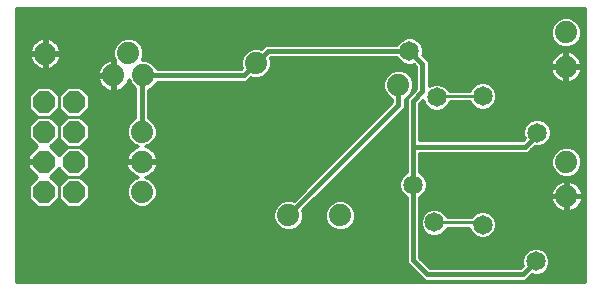
<source format=gbl>
G75*
%MOIN*%
%OFA0B0*%
%FSLAX25Y25*%
%IPPOS*%
%LPD*%
%AMOC8*
5,1,8,0,0,1.08239X$1,22.5*
%
%ADD10C,0.07400*%
%ADD11OC8,0.07400*%
%ADD12C,0.01600*%
%ADD13C,0.06496*%
%ADD14C,0.01000*%
D10*
X0057939Y0047212D03*
X0057939Y0057212D03*
X0057939Y0067212D03*
X0058501Y0085928D03*
X0053501Y0093428D03*
X0048501Y0085928D03*
X0025706Y0093194D03*
X0095925Y0089980D03*
X0143513Y0082724D03*
X0199335Y0088831D03*
X0199335Y0100231D03*
X0199531Y0057121D03*
X0199531Y0045721D03*
X0124046Y0039254D03*
X0106833Y0039361D03*
D11*
X0035234Y0047187D03*
X0025234Y0047187D03*
X0025234Y0057187D03*
X0035234Y0057187D03*
X0035234Y0067187D03*
X0025234Y0067187D03*
X0025234Y0077187D03*
X0035234Y0077187D03*
D12*
X0057939Y0085366D02*
X0057939Y0067212D01*
X0057939Y0085366D02*
X0058501Y0085928D01*
X0091873Y0085928D01*
X0095925Y0089980D01*
X0099965Y0094020D01*
X0147169Y0094020D01*
X0151500Y0089689D01*
X0151500Y0080634D01*
X0148350Y0077484D01*
X0148350Y0062524D01*
X0148744Y0062130D01*
X0185752Y0062130D01*
X0189689Y0066067D01*
X0189689Y0066854D01*
X0148350Y0062524D02*
X0148350Y0049531D01*
X0148350Y0024335D01*
X0153075Y0019610D01*
X0184965Y0019610D01*
X0189295Y0023941D01*
X0143513Y0076040D02*
X0106833Y0039361D01*
X0143513Y0076040D02*
X0143513Y0082724D01*
D13*
X0156224Y0078665D03*
X0171579Y0079059D03*
X0189689Y0066854D03*
X0148350Y0049531D03*
X0155437Y0036933D03*
X0141657Y0035358D03*
X0171579Y0036146D03*
X0189295Y0023941D03*
X0147169Y0094020D03*
X0046382Y0049138D03*
D14*
X0015972Y0017192D02*
X0015972Y0108294D01*
X0205631Y0108294D01*
X0205631Y0017192D01*
X0015972Y0017192D01*
X0015972Y0017516D02*
X0152199Y0017516D01*
X0152205Y0017510D02*
X0185834Y0017510D01*
X0187065Y0018740D01*
X0187914Y0019590D01*
X0188391Y0019393D01*
X0190200Y0019393D01*
X0191872Y0020085D01*
X0193151Y0021365D01*
X0193843Y0023036D01*
X0193843Y0024846D01*
X0193151Y0026517D01*
X0191872Y0027797D01*
X0190200Y0028489D01*
X0188391Y0028489D01*
X0186719Y0027797D01*
X0185440Y0026517D01*
X0184747Y0024846D01*
X0184747Y0023036D01*
X0184945Y0022560D01*
X0184095Y0021710D01*
X0153945Y0021710D01*
X0150450Y0025204D01*
X0150450Y0045479D01*
X0150927Y0045676D01*
X0152206Y0046955D01*
X0152898Y0048627D01*
X0152898Y0050436D01*
X0152206Y0052108D01*
X0150927Y0053387D01*
X0150450Y0053584D01*
X0150450Y0060030D01*
X0186622Y0060030D01*
X0187852Y0061260D01*
X0188898Y0062306D01*
X0190594Y0062306D01*
X0192265Y0062999D01*
X0193545Y0064278D01*
X0194237Y0065950D01*
X0194237Y0067759D01*
X0193545Y0069431D01*
X0192265Y0070710D01*
X0190594Y0071402D01*
X0188784Y0071402D01*
X0187113Y0070710D01*
X0185833Y0069431D01*
X0185141Y0067759D01*
X0185141Y0065950D01*
X0185569Y0064917D01*
X0184882Y0064230D01*
X0150450Y0064230D01*
X0150450Y0076614D01*
X0151676Y0077840D01*
X0151676Y0077761D01*
X0152369Y0076089D01*
X0153648Y0074810D01*
X0155320Y0074117D01*
X0157129Y0074117D01*
X0158801Y0074810D01*
X0160080Y0076089D01*
X0160565Y0077259D01*
X0167402Y0077259D01*
X0167723Y0076483D01*
X0169002Y0075203D01*
X0170674Y0074511D01*
X0172483Y0074511D01*
X0174155Y0075203D01*
X0175434Y0076483D01*
X0176127Y0078154D01*
X0176127Y0079964D01*
X0175434Y0081635D01*
X0174155Y0082915D01*
X0172483Y0083607D01*
X0170674Y0083607D01*
X0169002Y0082915D01*
X0167723Y0081635D01*
X0167402Y0080859D01*
X0160238Y0080859D01*
X0160080Y0081242D01*
X0158801Y0082521D01*
X0157129Y0083213D01*
X0155320Y0083213D01*
X0153648Y0082521D01*
X0153600Y0082473D01*
X0153600Y0090559D01*
X0151520Y0092639D01*
X0151717Y0093115D01*
X0151717Y0094924D01*
X0151025Y0096596D01*
X0149746Y0097875D01*
X0148074Y0098568D01*
X0146265Y0098568D01*
X0144593Y0097875D01*
X0143314Y0096596D01*
X0143116Y0096120D01*
X0099095Y0096120D01*
X0097652Y0094677D01*
X0096920Y0094980D01*
X0094931Y0094980D01*
X0093093Y0094219D01*
X0091686Y0092813D01*
X0090925Y0090975D01*
X0090925Y0088986D01*
X0091229Y0088253D01*
X0091003Y0088028D01*
X0063043Y0088028D01*
X0062740Y0088761D01*
X0061333Y0090167D01*
X0059495Y0090928D01*
X0057877Y0090928D01*
X0058501Y0092434D01*
X0058501Y0094423D01*
X0057740Y0096261D01*
X0056333Y0097667D01*
X0054495Y0098428D01*
X0052506Y0098428D01*
X0050669Y0097667D01*
X0049262Y0096261D01*
X0048501Y0094423D01*
X0048501Y0092434D01*
X0049051Y0091106D01*
X0048985Y0091116D01*
X0048985Y0086413D01*
X0048017Y0086413D01*
X0048017Y0091116D01*
X0047283Y0091000D01*
X0046505Y0090747D01*
X0045775Y0090376D01*
X0045113Y0089895D01*
X0044534Y0089316D01*
X0044053Y0088654D01*
X0043682Y0087924D01*
X0043429Y0087146D01*
X0043313Y0086413D01*
X0015972Y0086413D01*
X0015972Y0085415D02*
X0043317Y0085415D01*
X0043313Y0085444D02*
X0043429Y0084711D01*
X0043682Y0083932D01*
X0044053Y0083203D01*
X0044534Y0082541D01*
X0045113Y0081962D01*
X0045775Y0081481D01*
X0046505Y0081109D01*
X0047283Y0080856D01*
X0048017Y0080740D01*
X0048017Y0085444D01*
X0048985Y0085444D01*
X0048985Y0080740D01*
X0049718Y0080856D01*
X0050497Y0081109D01*
X0051226Y0081481D01*
X0051888Y0081962D01*
X0052467Y0082541D01*
X0052948Y0083203D01*
X0053320Y0083932D01*
X0053573Y0084711D01*
X0053578Y0084746D01*
X0054262Y0083096D01*
X0055669Y0081690D01*
X0055839Y0081619D01*
X0055839Y0071754D01*
X0055106Y0071451D01*
X0053700Y0070044D01*
X0052939Y0068206D01*
X0052939Y0066217D01*
X0053700Y0064380D01*
X0055106Y0062973D01*
X0056757Y0062289D01*
X0056721Y0062284D01*
X0055942Y0062031D01*
X0055213Y0061659D01*
X0054551Y0061178D01*
X0053972Y0060599D01*
X0053491Y0059937D01*
X0053120Y0059208D01*
X0052867Y0058429D01*
X0052753Y0057712D01*
X0057439Y0057712D01*
X0057439Y0056712D01*
X0052753Y0056712D01*
X0052867Y0055994D01*
X0053120Y0055216D01*
X0053491Y0054486D01*
X0053972Y0053824D01*
X0054551Y0053245D01*
X0055213Y0052764D01*
X0055942Y0052393D01*
X0056721Y0052140D01*
X0056757Y0052134D01*
X0055106Y0051451D01*
X0053700Y0050044D01*
X0052939Y0048206D01*
X0052939Y0046217D01*
X0053700Y0044380D01*
X0055106Y0042973D01*
X0056944Y0042212D01*
X0058933Y0042212D01*
X0060771Y0042973D01*
X0062177Y0044380D01*
X0062939Y0046217D01*
X0062939Y0048206D01*
X0062177Y0050044D01*
X0060771Y0051451D01*
X0059120Y0052134D01*
X0059156Y0052140D01*
X0059935Y0052393D01*
X0060664Y0052764D01*
X0061326Y0053245D01*
X0061905Y0053824D01*
X0062386Y0054486D01*
X0062758Y0055216D01*
X0063011Y0055994D01*
X0063124Y0056712D01*
X0058439Y0056712D01*
X0058439Y0057712D01*
X0063124Y0057712D01*
X0063011Y0058429D01*
X0062758Y0059208D01*
X0062386Y0059937D01*
X0061905Y0060599D01*
X0061326Y0061178D01*
X0060664Y0061659D01*
X0059935Y0062031D01*
X0059156Y0062284D01*
X0059120Y0062289D01*
X0060771Y0062973D01*
X0062177Y0064380D01*
X0062939Y0066217D01*
X0062939Y0068206D01*
X0062177Y0070044D01*
X0060771Y0071451D01*
X0060039Y0071754D01*
X0060039Y0081153D01*
X0061333Y0081690D01*
X0062740Y0083096D01*
X0063043Y0083828D01*
X0092743Y0083828D01*
X0093973Y0085058D01*
X0094198Y0085284D01*
X0094931Y0084980D01*
X0096920Y0084980D01*
X0098757Y0085742D01*
X0100164Y0087148D01*
X0100925Y0088986D01*
X0100925Y0090975D01*
X0100622Y0091707D01*
X0100834Y0091920D01*
X0143116Y0091920D01*
X0143314Y0091443D01*
X0144593Y0090164D01*
X0146265Y0089472D01*
X0148074Y0089472D01*
X0148550Y0089669D01*
X0149400Y0088819D01*
X0149400Y0081504D01*
X0146250Y0078354D01*
X0146250Y0053584D01*
X0145774Y0053387D01*
X0144495Y0052108D01*
X0143802Y0050436D01*
X0143802Y0048627D01*
X0144495Y0046955D01*
X0145774Y0045676D01*
X0146250Y0045479D01*
X0146250Y0023465D01*
X0152205Y0017510D01*
X0151200Y0018515D02*
X0015972Y0018515D01*
X0015972Y0019513D02*
X0150202Y0019513D01*
X0149203Y0020512D02*
X0015972Y0020512D01*
X0015972Y0021510D02*
X0148205Y0021510D01*
X0147206Y0022509D02*
X0015972Y0022509D01*
X0015972Y0023507D02*
X0146250Y0023507D01*
X0146250Y0024506D02*
X0015972Y0024506D01*
X0015972Y0025504D02*
X0146250Y0025504D01*
X0146250Y0026503D02*
X0015972Y0026503D01*
X0015972Y0027501D02*
X0146250Y0027501D01*
X0146250Y0028500D02*
X0015972Y0028500D01*
X0015972Y0029498D02*
X0146250Y0029498D01*
X0146250Y0030497D02*
X0015972Y0030497D01*
X0015972Y0031495D02*
X0146250Y0031495D01*
X0146250Y0032494D02*
X0015972Y0032494D01*
X0015972Y0033492D02*
X0146250Y0033492D01*
X0146250Y0034491D02*
X0125612Y0034491D01*
X0125041Y0034254D02*
X0126879Y0035016D01*
X0128285Y0036422D01*
X0129046Y0038260D01*
X0129046Y0040249D01*
X0128285Y0042087D01*
X0126879Y0043493D01*
X0125041Y0044254D01*
X0123052Y0044254D01*
X0121214Y0043493D01*
X0119808Y0042087D01*
X0119046Y0040249D01*
X0119046Y0038260D01*
X0119808Y0036422D01*
X0121214Y0035016D01*
X0123052Y0034254D01*
X0125041Y0034254D01*
X0122481Y0034491D02*
X0108142Y0034491D01*
X0107828Y0034361D02*
X0109665Y0035122D01*
X0111072Y0036528D01*
X0111833Y0038366D01*
X0111833Y0040355D01*
X0111530Y0041087D01*
X0145613Y0075170D01*
X0145613Y0078182D01*
X0146345Y0078485D01*
X0147751Y0079891D01*
X0148513Y0081729D01*
X0148513Y0083718D01*
X0147751Y0085556D01*
X0146345Y0086962D01*
X0144507Y0087724D01*
X0142518Y0087724D01*
X0140680Y0086962D01*
X0139274Y0085556D01*
X0138513Y0083718D01*
X0138513Y0081729D01*
X0139274Y0079891D01*
X0140680Y0078485D01*
X0141413Y0078182D01*
X0141413Y0076910D01*
X0108560Y0044057D01*
X0107828Y0044361D01*
X0105838Y0044361D01*
X0104001Y0043599D01*
X0102594Y0042193D01*
X0101833Y0040355D01*
X0101833Y0038366D01*
X0102594Y0036528D01*
X0104001Y0035122D01*
X0105838Y0034361D01*
X0107828Y0034361D01*
X0105524Y0034491D02*
X0015972Y0034491D01*
X0015972Y0035489D02*
X0103633Y0035489D01*
X0102635Y0036488D02*
X0015972Y0036488D01*
X0015972Y0037486D02*
X0102197Y0037486D01*
X0101833Y0038485D02*
X0015972Y0038485D01*
X0015972Y0039483D02*
X0101833Y0039483D01*
X0101886Y0040482D02*
X0015972Y0040482D01*
X0015972Y0041480D02*
X0102299Y0041480D01*
X0102880Y0042479D02*
X0059578Y0042479D01*
X0061275Y0043477D02*
X0103879Y0043477D01*
X0108979Y0044476D02*
X0062217Y0044476D01*
X0062631Y0045474D02*
X0109977Y0045474D01*
X0110976Y0046473D02*
X0062939Y0046473D01*
X0062939Y0047472D02*
X0111974Y0047472D01*
X0112973Y0048470D02*
X0062829Y0048470D01*
X0062416Y0049469D02*
X0113971Y0049469D01*
X0114970Y0050467D02*
X0061754Y0050467D01*
X0060735Y0051466D02*
X0115968Y0051466D01*
X0116967Y0052464D02*
X0060075Y0052464D01*
X0061543Y0053463D02*
X0117965Y0053463D01*
X0118964Y0054461D02*
X0062368Y0054461D01*
X0062837Y0055460D02*
X0119962Y0055460D01*
X0120961Y0056458D02*
X0063084Y0056458D01*
X0058439Y0057457D02*
X0121959Y0057457D01*
X0122958Y0058455D02*
X0063002Y0058455D01*
X0062632Y0059454D02*
X0123956Y0059454D01*
X0124955Y0060452D02*
X0062012Y0060452D01*
X0060951Y0061451D02*
X0125953Y0061451D01*
X0126952Y0062449D02*
X0059506Y0062449D01*
X0061246Y0063448D02*
X0127950Y0063448D01*
X0128949Y0064446D02*
X0062205Y0064446D01*
X0062619Y0065445D02*
X0129947Y0065445D01*
X0130946Y0066443D02*
X0062939Y0066443D01*
X0062939Y0067442D02*
X0131944Y0067442D01*
X0132943Y0068440D02*
X0062842Y0068440D01*
X0062428Y0069439D02*
X0133941Y0069439D01*
X0134940Y0070437D02*
X0061784Y0070437D01*
X0060786Y0071436D02*
X0135938Y0071436D01*
X0136937Y0072434D02*
X0060039Y0072434D01*
X0060039Y0073433D02*
X0137935Y0073433D01*
X0138934Y0074431D02*
X0060039Y0074431D01*
X0060039Y0075430D02*
X0139932Y0075430D01*
X0140931Y0076428D02*
X0060039Y0076428D01*
X0060039Y0077427D02*
X0141413Y0077427D01*
X0140824Y0078425D02*
X0060039Y0078425D01*
X0060039Y0079424D02*
X0139741Y0079424D01*
X0139054Y0080422D02*
X0060039Y0080422D01*
X0060684Y0081421D02*
X0138640Y0081421D01*
X0138513Y0082419D02*
X0062063Y0082419D01*
X0062873Y0083418D02*
X0138513Y0083418D01*
X0138802Y0084416D02*
X0093331Y0084416D01*
X0091163Y0088410D02*
X0062885Y0088410D01*
X0062091Y0089409D02*
X0090925Y0089409D01*
X0090925Y0090408D02*
X0060753Y0090408D01*
X0058075Y0091406D02*
X0091104Y0091406D01*
X0091517Y0092405D02*
X0058489Y0092405D01*
X0058501Y0093403D02*
X0092277Y0093403D01*
X0093533Y0094402D02*
X0058501Y0094402D01*
X0058096Y0095400D02*
X0098375Y0095400D01*
X0100747Y0091406D02*
X0143351Y0091406D01*
X0144350Y0090408D02*
X0100925Y0090408D01*
X0100925Y0089409D02*
X0148810Y0089409D01*
X0149400Y0088410D02*
X0100687Y0088410D01*
X0100273Y0087412D02*
X0141766Y0087412D01*
X0140131Y0086413D02*
X0099429Y0086413D01*
X0097969Y0085415D02*
X0139215Y0085415D01*
X0145260Y0087412D02*
X0149400Y0087412D01*
X0149400Y0086413D02*
X0146894Y0086413D01*
X0147810Y0085415D02*
X0149400Y0085415D01*
X0149400Y0084416D02*
X0148223Y0084416D01*
X0148513Y0083418D02*
X0149400Y0083418D01*
X0149400Y0082419D02*
X0148513Y0082419D01*
X0148385Y0081421D02*
X0149317Y0081421D01*
X0148319Y0080422D02*
X0147971Y0080422D01*
X0147320Y0079424D02*
X0147284Y0079424D01*
X0146322Y0078425D02*
X0146201Y0078425D01*
X0146250Y0077427D02*
X0145613Y0077427D01*
X0145613Y0076428D02*
X0146250Y0076428D01*
X0146250Y0075430D02*
X0145613Y0075430D01*
X0146250Y0074431D02*
X0144874Y0074431D01*
X0143875Y0073433D02*
X0146250Y0073433D01*
X0146250Y0072434D02*
X0142877Y0072434D01*
X0141878Y0071436D02*
X0146250Y0071436D01*
X0146250Y0070437D02*
X0140880Y0070437D01*
X0139881Y0069439D02*
X0146250Y0069439D01*
X0146250Y0068440D02*
X0138883Y0068440D01*
X0137884Y0067442D02*
X0146250Y0067442D01*
X0146250Y0066443D02*
X0136886Y0066443D01*
X0135887Y0065445D02*
X0146250Y0065445D01*
X0146250Y0064446D02*
X0134888Y0064446D01*
X0133890Y0063448D02*
X0146250Y0063448D01*
X0146250Y0062449D02*
X0132891Y0062449D01*
X0131893Y0061451D02*
X0146250Y0061451D01*
X0146250Y0060452D02*
X0130894Y0060452D01*
X0129896Y0059454D02*
X0146250Y0059454D01*
X0146250Y0058455D02*
X0128897Y0058455D01*
X0127899Y0057457D02*
X0146250Y0057457D01*
X0146250Y0056458D02*
X0126900Y0056458D01*
X0125902Y0055460D02*
X0146250Y0055460D01*
X0146250Y0054461D02*
X0124903Y0054461D01*
X0123905Y0053463D02*
X0145956Y0053463D01*
X0144851Y0052464D02*
X0122906Y0052464D01*
X0121908Y0051466D02*
X0144229Y0051466D01*
X0143815Y0050467D02*
X0120909Y0050467D01*
X0119911Y0049469D02*
X0143802Y0049469D01*
X0143867Y0048470D02*
X0118912Y0048470D01*
X0117914Y0047472D02*
X0144281Y0047472D01*
X0144977Y0046473D02*
X0116915Y0046473D01*
X0115917Y0045474D02*
X0146250Y0045474D01*
X0146250Y0044476D02*
X0114918Y0044476D01*
X0113920Y0043477D02*
X0121199Y0043477D01*
X0120200Y0042479D02*
X0112921Y0042479D01*
X0111923Y0041480D02*
X0119557Y0041480D01*
X0119143Y0040482D02*
X0111781Y0040482D01*
X0111833Y0039483D02*
X0119046Y0039483D01*
X0119046Y0038485D02*
X0111833Y0038485D01*
X0111469Y0037486D02*
X0119367Y0037486D01*
X0119780Y0036488D02*
X0111031Y0036488D01*
X0110033Y0035489D02*
X0120740Y0035489D01*
X0127353Y0035489D02*
X0146250Y0035489D01*
X0146250Y0036488D02*
X0128312Y0036488D01*
X0128726Y0037486D02*
X0146250Y0037486D01*
X0146250Y0038485D02*
X0129046Y0038485D01*
X0129046Y0039483D02*
X0146250Y0039483D01*
X0146250Y0040482D02*
X0128950Y0040482D01*
X0128536Y0041480D02*
X0146250Y0041480D01*
X0146250Y0042479D02*
X0127893Y0042479D01*
X0126894Y0043477D02*
X0146250Y0043477D01*
X0150450Y0043477D02*
X0194839Y0043477D01*
X0194712Y0043725D02*
X0195084Y0042996D01*
X0195565Y0042334D01*
X0196144Y0041755D01*
X0196806Y0041274D01*
X0197535Y0040902D01*
X0198314Y0040649D01*
X0199047Y0040533D01*
X0199047Y0045237D01*
X0194343Y0045237D01*
X0194460Y0044504D01*
X0194712Y0043725D01*
X0194468Y0044476D02*
X0150450Y0044476D01*
X0150450Y0045474D02*
X0199047Y0045474D01*
X0199047Y0045237D02*
X0199047Y0046206D01*
X0199047Y0050909D01*
X0198314Y0050793D01*
X0197535Y0050540D01*
X0196806Y0050169D01*
X0196144Y0049688D01*
X0195565Y0049109D01*
X0195084Y0048447D01*
X0194712Y0047717D01*
X0194460Y0046939D01*
X0194343Y0046206D01*
X0199047Y0046206D01*
X0200016Y0046206D01*
X0200016Y0050909D01*
X0200749Y0050793D01*
X0201528Y0050540D01*
X0202257Y0050169D01*
X0202919Y0049688D01*
X0203498Y0049109D01*
X0203979Y0048447D01*
X0204351Y0047717D01*
X0204603Y0046939D01*
X0204720Y0046206D01*
X0200016Y0046206D01*
X0200016Y0045237D01*
X0204720Y0045237D01*
X0204603Y0044504D01*
X0204351Y0043725D01*
X0203979Y0042996D01*
X0203498Y0042334D01*
X0202919Y0041755D01*
X0202257Y0041274D01*
X0201528Y0040902D01*
X0200749Y0040649D01*
X0200016Y0040533D01*
X0200016Y0045237D01*
X0199047Y0045237D01*
X0199047Y0044476D02*
X0200016Y0044476D01*
X0200016Y0045474D02*
X0205631Y0045474D01*
X0205631Y0044476D02*
X0204594Y0044476D01*
X0204224Y0043477D02*
X0205631Y0043477D01*
X0205631Y0042479D02*
X0203603Y0042479D01*
X0202541Y0041480D02*
X0205631Y0041480D01*
X0205631Y0040482D02*
X0172995Y0040482D01*
X0172483Y0040694D02*
X0170674Y0040694D01*
X0169002Y0040001D01*
X0167734Y0038733D01*
X0159614Y0038733D01*
X0159293Y0039509D01*
X0158013Y0040789D01*
X0156342Y0041481D01*
X0154532Y0041481D01*
X0152861Y0040789D01*
X0151581Y0039509D01*
X0150889Y0037838D01*
X0150889Y0036028D01*
X0151581Y0034357D01*
X0152861Y0033077D01*
X0154532Y0032385D01*
X0156342Y0032385D01*
X0158013Y0033077D01*
X0159293Y0034357D01*
X0159614Y0035133D01*
X0167075Y0035133D01*
X0167723Y0033569D01*
X0169002Y0032290D01*
X0170674Y0031598D01*
X0172483Y0031598D01*
X0174155Y0032290D01*
X0175434Y0033569D01*
X0176127Y0035241D01*
X0176127Y0037050D01*
X0175434Y0038722D01*
X0174155Y0040001D01*
X0172483Y0040694D01*
X0170163Y0040482D02*
X0158320Y0040482D01*
X0159303Y0039483D02*
X0168485Y0039483D01*
X0170791Y0036933D02*
X0155437Y0036933D01*
X0159348Y0034491D02*
X0167341Y0034491D01*
X0167800Y0033492D02*
X0158428Y0033492D01*
X0156604Y0032494D02*
X0168799Y0032494D01*
X0174359Y0032494D02*
X0205631Y0032494D01*
X0205631Y0033492D02*
X0175357Y0033492D01*
X0175816Y0034491D02*
X0205631Y0034491D01*
X0205631Y0035489D02*
X0176127Y0035489D01*
X0176127Y0036488D02*
X0205631Y0036488D01*
X0205631Y0037486D02*
X0175946Y0037486D01*
X0175533Y0038485D02*
X0205631Y0038485D01*
X0205631Y0039483D02*
X0174673Y0039483D01*
X0171579Y0036146D02*
X0170791Y0036933D01*
X0156343Y0041480D02*
X0196522Y0041480D01*
X0195460Y0042479D02*
X0150450Y0042479D01*
X0150450Y0041480D02*
X0154531Y0041480D01*
X0152554Y0040482D02*
X0150450Y0040482D01*
X0150450Y0039483D02*
X0151571Y0039483D01*
X0151157Y0038485D02*
X0150450Y0038485D01*
X0150450Y0037486D02*
X0150889Y0037486D01*
X0150889Y0036488D02*
X0150450Y0036488D01*
X0150450Y0035489D02*
X0151112Y0035489D01*
X0151526Y0034491D02*
X0150450Y0034491D01*
X0150450Y0033492D02*
X0152446Y0033492D01*
X0154270Y0032494D02*
X0150450Y0032494D01*
X0150450Y0031495D02*
X0205631Y0031495D01*
X0205631Y0030497D02*
X0150450Y0030497D01*
X0150450Y0029498D02*
X0205631Y0029498D01*
X0205631Y0028500D02*
X0150450Y0028500D01*
X0150450Y0027501D02*
X0186424Y0027501D01*
X0185434Y0026503D02*
X0150450Y0026503D01*
X0150450Y0025504D02*
X0185020Y0025504D01*
X0184747Y0024506D02*
X0151149Y0024506D01*
X0152148Y0023507D02*
X0184747Y0023507D01*
X0184893Y0022509D02*
X0153146Y0022509D01*
X0185840Y0017516D02*
X0205631Y0017516D01*
X0205631Y0018515D02*
X0186839Y0018515D01*
X0187837Y0019513D02*
X0188100Y0019513D01*
X0190490Y0019513D02*
X0205631Y0019513D01*
X0205631Y0020512D02*
X0192298Y0020512D01*
X0193211Y0021510D02*
X0205631Y0021510D01*
X0205631Y0022509D02*
X0193625Y0022509D01*
X0193843Y0023507D02*
X0205631Y0023507D01*
X0205631Y0024506D02*
X0193843Y0024506D01*
X0193570Y0025504D02*
X0205631Y0025504D01*
X0205631Y0026503D02*
X0193157Y0026503D01*
X0192167Y0027501D02*
X0205631Y0027501D01*
X0200016Y0041480D02*
X0199047Y0041480D01*
X0199047Y0042479D02*
X0200016Y0042479D01*
X0200016Y0043477D02*
X0199047Y0043477D01*
X0199047Y0046473D02*
X0200016Y0046473D01*
X0200016Y0047472D02*
X0199047Y0047472D01*
X0199047Y0048470D02*
X0200016Y0048470D01*
X0200016Y0049469D02*
X0199047Y0049469D01*
X0199047Y0050467D02*
X0200016Y0050467D01*
X0201671Y0050467D02*
X0205631Y0050467D01*
X0205631Y0049469D02*
X0203138Y0049469D01*
X0203962Y0048470D02*
X0205631Y0048470D01*
X0205631Y0047472D02*
X0204430Y0047472D01*
X0204677Y0046473D02*
X0205631Y0046473D01*
X0205631Y0051466D02*
X0152472Y0051466D01*
X0152886Y0050467D02*
X0197392Y0050467D01*
X0195925Y0049469D02*
X0152898Y0049469D01*
X0152833Y0048470D02*
X0195101Y0048470D01*
X0194633Y0047472D02*
X0152420Y0047472D01*
X0151724Y0046473D02*
X0194386Y0046473D01*
X0196699Y0052882D02*
X0198537Y0052121D01*
X0200526Y0052121D01*
X0202364Y0052882D01*
X0203770Y0054289D01*
X0204531Y0056127D01*
X0204531Y0058116D01*
X0203770Y0059954D01*
X0202364Y0061360D01*
X0200526Y0062121D01*
X0198537Y0062121D01*
X0196699Y0061360D01*
X0195293Y0059954D01*
X0194531Y0058116D01*
X0194531Y0056127D01*
X0195293Y0054289D01*
X0196699Y0052882D01*
X0196119Y0053463D02*
X0150744Y0053463D01*
X0150450Y0054461D02*
X0195221Y0054461D01*
X0194808Y0055460D02*
X0150450Y0055460D01*
X0150450Y0056458D02*
X0194531Y0056458D01*
X0194531Y0057457D02*
X0150450Y0057457D01*
X0150450Y0058455D02*
X0194672Y0058455D01*
X0195086Y0059454D02*
X0150450Y0059454D01*
X0150450Y0064446D02*
X0185098Y0064446D01*
X0185350Y0065445D02*
X0150450Y0065445D01*
X0150450Y0066443D02*
X0185141Y0066443D01*
X0185141Y0067442D02*
X0150450Y0067442D01*
X0150450Y0068440D02*
X0185423Y0068440D01*
X0185842Y0069439D02*
X0150450Y0069439D01*
X0150450Y0070437D02*
X0186840Y0070437D01*
X0192538Y0070437D02*
X0205631Y0070437D01*
X0205631Y0069439D02*
X0193536Y0069439D01*
X0193955Y0068440D02*
X0205631Y0068440D01*
X0205631Y0067442D02*
X0194237Y0067442D01*
X0194237Y0066443D02*
X0205631Y0066443D01*
X0205631Y0065445D02*
X0194028Y0065445D01*
X0193614Y0064446D02*
X0205631Y0064446D01*
X0205631Y0063448D02*
X0192714Y0063448D01*
X0190939Y0062449D02*
X0205631Y0062449D01*
X0205631Y0061451D02*
X0202145Y0061451D01*
X0203272Y0060452D02*
X0205631Y0060452D01*
X0205631Y0059454D02*
X0203977Y0059454D01*
X0204391Y0058455D02*
X0205631Y0058455D01*
X0205631Y0057457D02*
X0204531Y0057457D01*
X0204531Y0056458D02*
X0205631Y0056458D01*
X0205631Y0055460D02*
X0204255Y0055460D01*
X0203842Y0054461D02*
X0205631Y0054461D01*
X0205631Y0053463D02*
X0202944Y0053463D01*
X0201354Y0052464D02*
X0205631Y0052464D01*
X0197709Y0052464D02*
X0151850Y0052464D01*
X0150450Y0071436D02*
X0205631Y0071436D01*
X0205631Y0072434D02*
X0150450Y0072434D01*
X0150450Y0073433D02*
X0205631Y0073433D01*
X0205631Y0074431D02*
X0157887Y0074431D01*
X0159421Y0075430D02*
X0168776Y0075430D01*
X0167778Y0076428D02*
X0160221Y0076428D01*
X0156618Y0079059D02*
X0156224Y0078665D01*
X0156618Y0079059D02*
X0171579Y0079059D01*
X0167634Y0081421D02*
X0159901Y0081421D01*
X0158902Y0082419D02*
X0168507Y0082419D01*
X0170217Y0083418D02*
X0153600Y0083418D01*
X0153600Y0084416D02*
X0196565Y0084416D01*
X0196609Y0084384D02*
X0197339Y0084012D01*
X0198117Y0083760D01*
X0198850Y0083643D01*
X0198850Y0088347D01*
X0194147Y0088347D01*
X0194263Y0087614D01*
X0194516Y0086835D01*
X0194887Y0086106D01*
X0195368Y0085444D01*
X0195947Y0084865D01*
X0196609Y0084384D01*
X0195397Y0085415D02*
X0153600Y0085415D01*
X0153600Y0086413D02*
X0194731Y0086413D01*
X0194328Y0087412D02*
X0153600Y0087412D01*
X0153600Y0088410D02*
X0198850Y0088410D01*
X0198850Y0088347D02*
X0198850Y0089316D01*
X0194147Y0089316D01*
X0194263Y0090049D01*
X0194516Y0090828D01*
X0194887Y0091557D01*
X0195368Y0092219D01*
X0195947Y0092798D01*
X0196609Y0093279D01*
X0197339Y0093651D01*
X0198117Y0093903D01*
X0198850Y0094020D01*
X0198850Y0089316D01*
X0199819Y0089316D01*
X0199819Y0094020D01*
X0200552Y0093903D01*
X0201331Y0093651D01*
X0202060Y0093279D01*
X0202722Y0092798D01*
X0203301Y0092219D01*
X0203782Y0091557D01*
X0204154Y0090828D01*
X0204407Y0090049D01*
X0204523Y0089316D01*
X0199819Y0089316D01*
X0199819Y0088347D01*
X0199819Y0083643D01*
X0200552Y0083760D01*
X0201331Y0084012D01*
X0202060Y0084384D01*
X0202722Y0084865D01*
X0203301Y0085444D01*
X0203782Y0086106D01*
X0204154Y0086835D01*
X0204407Y0087614D01*
X0204523Y0088347D01*
X0199819Y0088347D01*
X0198850Y0088347D01*
X0198850Y0087412D02*
X0199819Y0087412D01*
X0199819Y0088410D02*
X0205631Y0088410D01*
X0205631Y0087412D02*
X0204341Y0087412D01*
X0203939Y0086413D02*
X0205631Y0086413D01*
X0205631Y0085415D02*
X0203272Y0085415D01*
X0202105Y0084416D02*
X0205631Y0084416D01*
X0205631Y0083418D02*
X0172940Y0083418D01*
X0174650Y0082419D02*
X0205631Y0082419D01*
X0205631Y0081421D02*
X0175523Y0081421D01*
X0175937Y0080422D02*
X0205631Y0080422D01*
X0205631Y0079424D02*
X0176127Y0079424D01*
X0176127Y0078425D02*
X0205631Y0078425D01*
X0205631Y0077427D02*
X0175825Y0077427D01*
X0175380Y0076428D02*
X0205631Y0076428D01*
X0205631Y0075430D02*
X0174381Y0075430D01*
X0154562Y0074431D02*
X0150450Y0074431D01*
X0150450Y0075430D02*
X0153028Y0075430D01*
X0152228Y0076428D02*
X0150450Y0076428D01*
X0151263Y0077427D02*
X0151815Y0077427D01*
X0153600Y0089409D02*
X0194161Y0089409D01*
X0194379Y0090408D02*
X0153600Y0090408D01*
X0152753Y0091406D02*
X0194810Y0091406D01*
X0195554Y0092405D02*
X0151754Y0092405D01*
X0151717Y0093403D02*
X0196853Y0093403D01*
X0198850Y0093403D02*
X0199819Y0093403D01*
X0199819Y0092405D02*
X0198850Y0092405D01*
X0198850Y0091406D02*
X0199819Y0091406D01*
X0199819Y0090408D02*
X0198850Y0090408D01*
X0198850Y0089409D02*
X0199819Y0089409D01*
X0203116Y0092405D02*
X0205631Y0092405D01*
X0205631Y0093403D02*
X0201816Y0093403D01*
X0200736Y0095400D02*
X0205631Y0095400D01*
X0205631Y0094402D02*
X0151717Y0094402D01*
X0151520Y0095400D02*
X0197933Y0095400D01*
X0198340Y0095231D02*
X0200329Y0095231D01*
X0202167Y0095993D01*
X0203573Y0097399D01*
X0204335Y0099237D01*
X0204335Y0101226D01*
X0203573Y0103064D01*
X0202167Y0104470D01*
X0200329Y0105231D01*
X0198340Y0105231D01*
X0196502Y0104470D01*
X0195096Y0103064D01*
X0194335Y0101226D01*
X0194335Y0099237D01*
X0195096Y0097399D01*
X0196502Y0095993D01*
X0198340Y0095231D01*
X0196096Y0096399D02*
X0151107Y0096399D01*
X0150224Y0097397D02*
X0195098Y0097397D01*
X0194683Y0098396D02*
X0148489Y0098396D01*
X0145849Y0098396D02*
X0054574Y0098396D01*
X0052427Y0098396D02*
X0015972Y0098396D01*
X0015972Y0099394D02*
X0194335Y0099394D01*
X0194335Y0100393D02*
X0015972Y0100393D01*
X0015972Y0101391D02*
X0194403Y0101391D01*
X0194817Y0102390D02*
X0015972Y0102390D01*
X0015972Y0103388D02*
X0195420Y0103388D01*
X0196419Y0104387D02*
X0015972Y0104387D01*
X0015972Y0105385D02*
X0205631Y0105385D01*
X0205631Y0104387D02*
X0202251Y0104387D01*
X0203249Y0103388D02*
X0205631Y0103388D01*
X0205631Y0102390D02*
X0203853Y0102390D01*
X0204266Y0101391D02*
X0205631Y0101391D01*
X0205631Y0100393D02*
X0204335Y0100393D01*
X0204335Y0099394D02*
X0205631Y0099394D01*
X0205631Y0098396D02*
X0203986Y0098396D01*
X0203571Y0097397D02*
X0205631Y0097397D01*
X0205631Y0096399D02*
X0202573Y0096399D01*
X0203859Y0091406D02*
X0205631Y0091406D01*
X0205631Y0090408D02*
X0204290Y0090408D01*
X0204508Y0089409D02*
X0205631Y0089409D01*
X0199819Y0086413D02*
X0198850Y0086413D01*
X0198850Y0085415D02*
X0199819Y0085415D01*
X0199819Y0084416D02*
X0198850Y0084416D01*
X0205631Y0106384D02*
X0015972Y0106384D01*
X0015972Y0107382D02*
X0205631Y0107382D01*
X0144115Y0097397D02*
X0056603Y0097397D01*
X0057602Y0096399D02*
X0143232Y0096399D01*
X0187044Y0060452D02*
X0195791Y0060452D01*
X0196918Y0061451D02*
X0188043Y0061451D01*
X0057439Y0057457D02*
X0040234Y0057457D01*
X0040234Y0058455D02*
X0052875Y0058455D01*
X0053245Y0059454D02*
X0040038Y0059454D01*
X0040234Y0059258D02*
X0037305Y0062187D01*
X0040234Y0065116D01*
X0040234Y0069258D01*
X0037305Y0072187D01*
X0040234Y0075116D01*
X0040234Y0079258D01*
X0037305Y0082187D01*
X0033163Y0082187D01*
X0030234Y0079258D01*
X0030234Y0075116D01*
X0033163Y0072187D01*
X0037305Y0072187D01*
X0033163Y0072187D01*
X0030234Y0069258D01*
X0030234Y0065116D01*
X0033163Y0062187D01*
X0037305Y0062187D01*
X0033163Y0062187D01*
X0030375Y0059399D01*
X0027446Y0062328D01*
X0030234Y0065116D01*
X0030234Y0069258D01*
X0027305Y0072187D01*
X0030234Y0075116D01*
X0030234Y0079258D01*
X0027305Y0082187D01*
X0023163Y0082187D01*
X0020234Y0079258D01*
X0020234Y0075116D01*
X0023163Y0072187D01*
X0027305Y0072187D01*
X0023163Y0072187D01*
X0020234Y0069258D01*
X0020234Y0065116D01*
X0023021Y0062328D01*
X0020034Y0059341D01*
X0020034Y0057687D01*
X0024734Y0057687D01*
X0024734Y0056687D01*
X0020034Y0056687D01*
X0020034Y0055033D01*
X0023021Y0052045D01*
X0020234Y0049258D01*
X0020234Y0045116D01*
X0023163Y0042187D01*
X0027305Y0042187D01*
X0030234Y0045116D01*
X0033163Y0042187D01*
X0037305Y0042187D01*
X0040234Y0045116D01*
X0040234Y0049258D01*
X0037305Y0052187D01*
X0040234Y0055116D01*
X0040234Y0059258D01*
X0039039Y0060452D02*
X0053865Y0060452D01*
X0054926Y0061451D02*
X0038041Y0061451D01*
X0037567Y0062449D02*
X0056371Y0062449D01*
X0054632Y0063448D02*
X0038566Y0063448D01*
X0039565Y0064446D02*
X0053672Y0064446D01*
X0053259Y0065445D02*
X0040234Y0065445D01*
X0040234Y0066443D02*
X0052939Y0066443D01*
X0052939Y0067442D02*
X0040234Y0067442D01*
X0040234Y0068440D02*
X0053035Y0068440D01*
X0053449Y0069439D02*
X0040053Y0069439D01*
X0039054Y0070437D02*
X0054093Y0070437D01*
X0055091Y0071436D02*
X0038056Y0071436D01*
X0037553Y0072434D02*
X0055839Y0072434D01*
X0055839Y0073433D02*
X0038551Y0073433D01*
X0039550Y0074431D02*
X0055839Y0074431D01*
X0055839Y0075430D02*
X0040234Y0075430D01*
X0040234Y0076428D02*
X0055839Y0076428D01*
X0055839Y0077427D02*
X0040234Y0077427D01*
X0040234Y0078425D02*
X0055839Y0078425D01*
X0055839Y0079424D02*
X0040068Y0079424D01*
X0039069Y0080422D02*
X0055839Y0080422D01*
X0055839Y0081421D02*
X0051108Y0081421D01*
X0052346Y0082419D02*
X0054939Y0082419D01*
X0054129Y0083418D02*
X0053058Y0083418D01*
X0053477Y0084416D02*
X0053715Y0084416D01*
X0048985Y0084416D02*
X0048017Y0084416D01*
X0048017Y0083418D02*
X0048985Y0083418D01*
X0048985Y0082419D02*
X0048017Y0082419D01*
X0048017Y0081421D02*
X0048985Y0081421D01*
X0045893Y0081421D02*
X0038071Y0081421D01*
X0032397Y0081421D02*
X0028071Y0081421D01*
X0029069Y0080422D02*
X0031399Y0080422D01*
X0030400Y0079424D02*
X0030068Y0079424D01*
X0030234Y0078425D02*
X0030234Y0078425D01*
X0030234Y0077427D02*
X0030234Y0077427D01*
X0030234Y0076428D02*
X0030234Y0076428D01*
X0030234Y0075430D02*
X0030234Y0075430D01*
X0029550Y0074431D02*
X0030918Y0074431D01*
X0031917Y0073433D02*
X0028551Y0073433D01*
X0027553Y0072434D02*
X0032915Y0072434D01*
X0032412Y0071436D02*
X0028056Y0071436D01*
X0029054Y0070437D02*
X0031413Y0070437D01*
X0030415Y0069439D02*
X0030053Y0069439D01*
X0030234Y0068440D02*
X0030234Y0068440D01*
X0030234Y0067442D02*
X0030234Y0067442D01*
X0030234Y0066443D02*
X0030234Y0066443D01*
X0030234Y0065445D02*
X0030234Y0065445D01*
X0029565Y0064446D02*
X0030903Y0064446D01*
X0031902Y0063448D02*
X0028566Y0063448D01*
X0027567Y0062449D02*
X0032900Y0062449D01*
X0032427Y0061451D02*
X0028324Y0061451D01*
X0029322Y0060452D02*
X0031428Y0060452D01*
X0030430Y0059454D02*
X0030321Y0059454D01*
X0030375Y0054974D02*
X0033163Y0052187D01*
X0037305Y0052187D01*
X0033163Y0052187D01*
X0030234Y0049258D01*
X0030234Y0045116D01*
X0030234Y0049258D01*
X0027446Y0052045D01*
X0030375Y0054974D01*
X0029862Y0054461D02*
X0030888Y0054461D01*
X0031887Y0053463D02*
X0028864Y0053463D01*
X0027865Y0052464D02*
X0032885Y0052464D01*
X0032442Y0051466D02*
X0028026Y0051466D01*
X0029024Y0050467D02*
X0031443Y0050467D01*
X0030445Y0049469D02*
X0030023Y0049469D01*
X0030234Y0048470D02*
X0030234Y0048470D01*
X0030234Y0047472D02*
X0030234Y0047472D01*
X0030234Y0046473D02*
X0030234Y0046473D01*
X0030234Y0045474D02*
X0030234Y0045474D01*
X0029594Y0044476D02*
X0030873Y0044476D01*
X0031872Y0043477D02*
X0028596Y0043477D01*
X0027597Y0042479D02*
X0032870Y0042479D01*
X0037597Y0042479D02*
X0056299Y0042479D01*
X0054602Y0043477D02*
X0038596Y0043477D01*
X0039594Y0044476D02*
X0053660Y0044476D01*
X0053246Y0045474D02*
X0040234Y0045474D01*
X0040234Y0046473D02*
X0052939Y0046473D01*
X0052939Y0047472D02*
X0040234Y0047472D01*
X0040234Y0048470D02*
X0053048Y0048470D01*
X0053461Y0049469D02*
X0040023Y0049469D01*
X0039024Y0050467D02*
X0054123Y0050467D01*
X0055142Y0051466D02*
X0038026Y0051466D01*
X0037582Y0052464D02*
X0055803Y0052464D01*
X0054334Y0053463D02*
X0038581Y0053463D01*
X0039579Y0054461D02*
X0053510Y0054461D01*
X0053040Y0055460D02*
X0040234Y0055460D01*
X0040234Y0056458D02*
X0052793Y0056458D01*
X0024734Y0057457D02*
X0015972Y0057457D01*
X0015972Y0058455D02*
X0020034Y0058455D01*
X0020147Y0059454D02*
X0015972Y0059454D01*
X0015972Y0060452D02*
X0021146Y0060452D01*
X0022144Y0061451D02*
X0015972Y0061451D01*
X0015972Y0062449D02*
X0022900Y0062449D01*
X0021902Y0063448D02*
X0015972Y0063448D01*
X0015972Y0064446D02*
X0020903Y0064446D01*
X0020234Y0065445D02*
X0015972Y0065445D01*
X0015972Y0066443D02*
X0020234Y0066443D01*
X0020234Y0067442D02*
X0015972Y0067442D01*
X0015972Y0068440D02*
X0020234Y0068440D01*
X0020415Y0069439D02*
X0015972Y0069439D01*
X0015972Y0070437D02*
X0021413Y0070437D01*
X0022412Y0071436D02*
X0015972Y0071436D01*
X0015972Y0072434D02*
X0022915Y0072434D01*
X0021917Y0073433D02*
X0015972Y0073433D01*
X0015972Y0074431D02*
X0020918Y0074431D01*
X0020234Y0075430D02*
X0015972Y0075430D01*
X0015972Y0076428D02*
X0020234Y0076428D01*
X0020234Y0077427D02*
X0015972Y0077427D01*
X0015972Y0078425D02*
X0020234Y0078425D01*
X0020400Y0079424D02*
X0015972Y0079424D01*
X0015972Y0080422D02*
X0021399Y0080422D01*
X0022397Y0081421D02*
X0015972Y0081421D01*
X0015972Y0082419D02*
X0044656Y0082419D01*
X0043944Y0083418D02*
X0015972Y0083418D01*
X0015972Y0084416D02*
X0043524Y0084416D01*
X0043313Y0085444D02*
X0048016Y0085444D01*
X0048016Y0086413D01*
X0043313Y0086413D01*
X0043515Y0087412D02*
X0015972Y0087412D01*
X0015972Y0088410D02*
X0023641Y0088410D01*
X0023709Y0088375D02*
X0024488Y0088123D01*
X0025206Y0088009D01*
X0025206Y0092694D01*
X0026205Y0092694D01*
X0026205Y0088009D01*
X0026923Y0088123D01*
X0027702Y0088375D01*
X0028431Y0088747D01*
X0029093Y0089228D01*
X0029672Y0089807D01*
X0030153Y0090469D01*
X0030525Y0091198D01*
X0030777Y0091977D01*
X0030891Y0092694D01*
X0026206Y0092694D01*
X0026206Y0093694D01*
X0030891Y0093694D01*
X0030777Y0094412D01*
X0030525Y0095191D01*
X0030153Y0095920D01*
X0029672Y0096582D01*
X0029093Y0097161D01*
X0028431Y0097642D01*
X0027702Y0098014D01*
X0026923Y0098266D01*
X0026205Y0098380D01*
X0026205Y0093695D01*
X0025206Y0093695D01*
X0025206Y0098380D01*
X0024488Y0098266D01*
X0023709Y0098014D01*
X0022980Y0097642D01*
X0022318Y0097161D01*
X0021739Y0096582D01*
X0021258Y0095920D01*
X0020886Y0095191D01*
X0020634Y0094412D01*
X0020520Y0093694D01*
X0025205Y0093694D01*
X0025205Y0092694D01*
X0020520Y0092694D01*
X0020634Y0091977D01*
X0020886Y0091198D01*
X0021258Y0090469D01*
X0021739Y0089807D01*
X0022318Y0089228D01*
X0022980Y0088747D01*
X0023709Y0088375D01*
X0025206Y0088410D02*
X0026205Y0088410D01*
X0026205Y0089409D02*
X0025206Y0089409D01*
X0025206Y0090408D02*
X0026205Y0090408D01*
X0026205Y0091406D02*
X0025206Y0091406D01*
X0025206Y0092405D02*
X0026205Y0092405D01*
X0026206Y0093403D02*
X0048501Y0093403D01*
X0048513Y0092405D02*
X0030845Y0092405D01*
X0030592Y0091406D02*
X0048927Y0091406D01*
X0048985Y0090408D02*
X0048017Y0090408D01*
X0048017Y0089409D02*
X0048985Y0089409D01*
X0048985Y0088410D02*
X0048017Y0088410D01*
X0048017Y0087412D02*
X0048985Y0087412D01*
X0048985Y0086413D02*
X0048017Y0086413D01*
X0048017Y0085415D02*
X0048985Y0085415D01*
X0043929Y0088410D02*
X0027770Y0088410D01*
X0029274Y0089409D02*
X0044628Y0089409D01*
X0045838Y0090408D02*
X0030108Y0090408D01*
X0025205Y0093403D02*
X0015972Y0093403D01*
X0015972Y0092405D02*
X0020566Y0092405D01*
X0020819Y0091406D02*
X0015972Y0091406D01*
X0015972Y0090408D02*
X0021303Y0090408D01*
X0022137Y0089409D02*
X0015972Y0089409D01*
X0015972Y0094402D02*
X0020632Y0094402D01*
X0020993Y0095400D02*
X0015972Y0095400D01*
X0015972Y0096399D02*
X0021606Y0096399D01*
X0022643Y0097397D02*
X0015972Y0097397D01*
X0025206Y0097397D02*
X0026205Y0097397D01*
X0026205Y0096399D02*
X0025206Y0096399D01*
X0025206Y0095400D02*
X0026205Y0095400D01*
X0026205Y0094402D02*
X0025206Y0094402D01*
X0028768Y0097397D02*
X0050398Y0097397D01*
X0049400Y0096399D02*
X0029805Y0096399D01*
X0030418Y0095400D02*
X0048906Y0095400D01*
X0048501Y0094402D02*
X0030779Y0094402D01*
X0020034Y0056458D02*
X0015972Y0056458D01*
X0015972Y0055460D02*
X0020034Y0055460D01*
X0020605Y0054461D02*
X0015972Y0054461D01*
X0015972Y0053463D02*
X0021604Y0053463D01*
X0022602Y0052464D02*
X0015972Y0052464D01*
X0015972Y0051466D02*
X0022442Y0051466D01*
X0021443Y0050467D02*
X0015972Y0050467D01*
X0015972Y0049469D02*
X0020445Y0049469D01*
X0020234Y0048470D02*
X0015972Y0048470D01*
X0015972Y0047472D02*
X0020234Y0047472D01*
X0020234Y0046473D02*
X0015972Y0046473D01*
X0015972Y0045474D02*
X0020234Y0045474D01*
X0020873Y0044476D02*
X0015972Y0044476D01*
X0015972Y0043477D02*
X0021872Y0043477D01*
X0022870Y0042479D02*
X0015972Y0042479D01*
M02*

</source>
